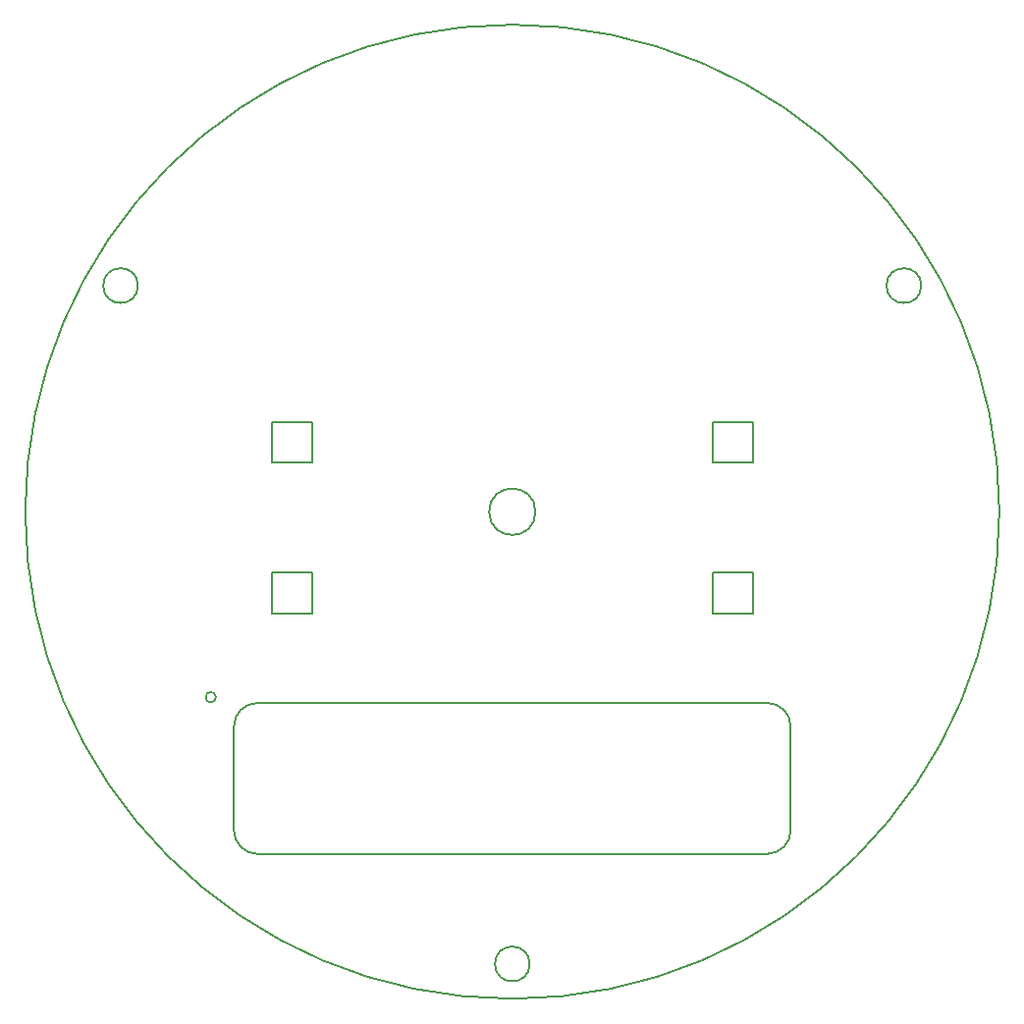
<source format=gbr>
%TF.GenerationSoftware,KiCad,Pcbnew,5.1.10*%
%TF.CreationDate,2021-09-26T09:48:59+10:00*%
%TF.ProjectId,pcb-face,7063622d-6661-4636-952e-6b696361645f,rev?*%
%TF.SameCoordinates,Original*%
%TF.FileFunction,Profile,NP*%
%FSLAX46Y46*%
G04 Gerber Fmt 4.6, Leading zero omitted, Abs format (unit mm)*
G04 Created by KiCad (PCBNEW 5.1.10) date 2021-09-26 09:48:59*
%MOMM*%
%LPD*%
G01*
G04 APERTURE LIST*
%TA.AperFunction,Profile*%
%ADD10C,0.150000*%
%TD*%
G04 APERTURE END LIST*
D10*
X132750000Y-95750000D02*
X129250000Y-95750000D01*
X132750000Y-92250000D02*
X132750000Y-95750000D01*
X129250000Y-92250000D02*
X132750000Y-92250000D01*
X129250000Y-95750000D02*
X129250000Y-92250000D01*
X129250000Y-105250000D02*
X132750000Y-105250000D01*
X132750000Y-105250000D02*
X132750000Y-108750000D01*
X129250000Y-108750000D02*
X129250000Y-105250000D01*
X132750000Y-108750000D02*
X129250000Y-108750000D01*
X170750000Y-108750000D02*
X167250000Y-108750000D01*
X167250000Y-108750000D02*
X167250000Y-105250000D01*
X170750000Y-105250000D02*
X170750000Y-108750000D01*
X167250000Y-105250000D02*
X170750000Y-105250000D01*
X170750000Y-95750000D02*
X167250000Y-95750000D01*
X167250000Y-95750000D02*
X167250000Y-92250000D01*
X170750000Y-92250000D02*
X170750000Y-95750000D01*
X167250000Y-92250000D02*
X170750000Y-92250000D01*
X174000000Y-118500000D02*
X174000000Y-127500000D01*
X126000000Y-118500000D02*
G75*
G02*
X128000000Y-116500000I2000000J0D01*
G01*
X128000000Y-129500000D02*
G75*
G02*
X126000000Y-127500000I0J2000000D01*
G01*
X151500000Y-139000000D02*
G75*
G03*
X151500000Y-139000000I-1500000J0D01*
G01*
X174000000Y-127500000D02*
G75*
G02*
X172000000Y-129500000I-2000000J0D01*
G01*
X124450000Y-116000000D02*
G75*
G03*
X124450000Y-116000000I-450000J0D01*
G01*
X126000000Y-118500000D02*
X126000000Y-127500000D01*
X185270000Y-80500000D02*
G75*
G03*
X185270000Y-80500000I-1500000J0D01*
G01*
X172000000Y-116500000D02*
G75*
G02*
X174000000Y-118500000I0J-2000000D01*
G01*
X128000000Y-116500000D02*
X172000000Y-116500000D01*
X117720000Y-80500000D02*
G75*
G03*
X117720000Y-80500000I-1500000J0D01*
G01*
X152000000Y-100000000D02*
G75*
G03*
X152000000Y-100000000I-2000000J0D01*
G01*
X128000000Y-129500000D02*
X172000000Y-129500000D01*
X192000000Y-100000000D02*
G75*
G03*
X192000000Y-100000000I-42000000J0D01*
G01*
M02*

</source>
